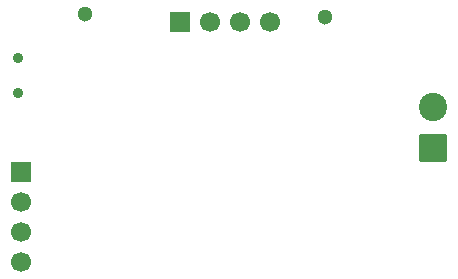
<source format=gbr>
%TF.GenerationSoftware,KiCad,Pcbnew,9.0.3+1*%
%TF.CreationDate,2025-09-03T21:21:14+02:00*%
%TF.ProjectId,Micro-VX,4d696372-6f2d-4565-982e-6b696361645f,rev?*%
%TF.SameCoordinates,Original*%
%TF.FileFunction,Soldermask,Bot*%
%TF.FilePolarity,Negative*%
%FSLAX46Y46*%
G04 Gerber Fmt 4.6, Leading zero omitted, Abs format (unit mm)*
G04 Created by KiCad (PCBNEW 9.0.3+1) date 2025-09-03 21:21:14*
%MOMM*%
%LPD*%
G01*
G04 APERTURE LIST*
G04 Aperture macros list*
%AMRoundRect*
0 Rectangle with rounded corners*
0 $1 Rounding radius*
0 $2 $3 $4 $5 $6 $7 $8 $9 X,Y pos of 4 corners*
0 Add a 4 corners polygon primitive as box body*
4,1,4,$2,$3,$4,$5,$6,$7,$8,$9,$2,$3,0*
0 Add four circle primitives for the rounded corners*
1,1,$1+$1,$2,$3*
1,1,$1+$1,$4,$5*
1,1,$1+$1,$6,$7*
1,1,$1+$1,$8,$9*
0 Add four rect primitives between the rounded corners*
20,1,$1+$1,$2,$3,$4,$5,0*
20,1,$1+$1,$4,$5,$6,$7,0*
20,1,$1+$1,$6,$7,$8,$9,0*
20,1,$1+$1,$8,$9,$2,$3,0*%
G04 Aperture macros list end*
%ADD10R,1.700000X1.700000*%
%ADD11C,1.700000*%
%ADD12C,0.900000*%
%ADD13C,1.300000*%
%ADD14RoundRect,0.250001X0.949999X-0.949999X0.949999X0.949999X-0.949999X0.949999X-0.949999X-0.949999X0*%
%ADD15C,2.400000*%
G04 APERTURE END LIST*
D10*
%TO.C,J3*%
X46193198Y-34534676D03*
D11*
X48733198Y-34534676D03*
X51273198Y-34534676D03*
X53813198Y-34534676D03*
%TD*%
D10*
%TO.C,J2*%
X32743198Y-47284676D03*
D11*
X32743198Y-49824676D03*
X32743198Y-52364676D03*
X32743198Y-54904676D03*
%TD*%
D12*
%TO.C,SW1*%
X32488198Y-37584676D03*
X32488198Y-40584676D03*
%TD*%
D13*
%TO.C,REF\u002A\u002A*%
X38125000Y-33875000D03*
%TD*%
D14*
%TO.C,J4*%
X67667500Y-45250000D03*
D15*
X67667500Y-41750000D03*
%TD*%
D13*
%TO.C,*%
X58500000Y-34100000D03*
%TD*%
M02*

</source>
